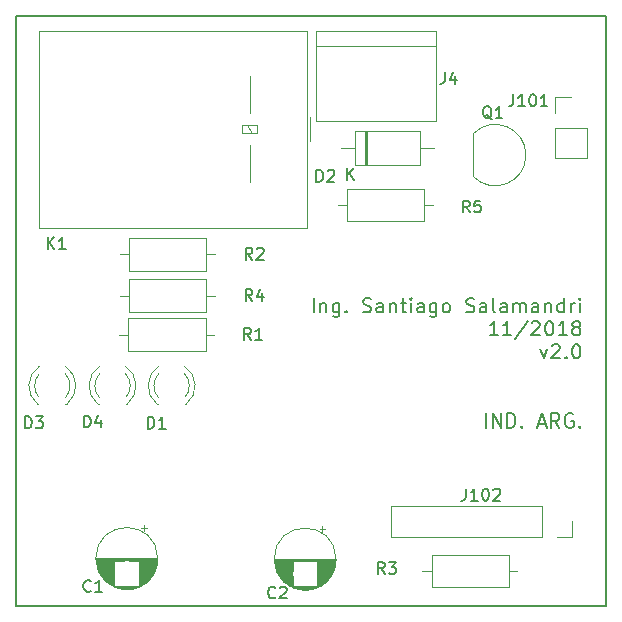
<source format=gbr>
G04 #@! TF.GenerationSoftware,KiCad,Pcbnew,5.0.0-fee4fd1~66~ubuntu18.04.1*
G04 #@! TF.CreationDate,2018-11-12T17:48:12-03:00*
G04 #@! TF.ProjectId,pcbAlarma,706362416C61726D612E6B696361645F,1.1*
G04 #@! TF.SameCoordinates,Original*
G04 #@! TF.FileFunction,Legend,Top*
G04 #@! TF.FilePolarity,Positive*
%FSLAX46Y46*%
G04 Gerber Fmt 4.6, Leading zero omitted, Abs format (unit mm)*
G04 Created by KiCad (PCBNEW 5.0.0-fee4fd1~66~ubuntu18.04.1) date Mon Nov 12 17:48:12 2018*
%MOMM*%
%LPD*%
G01*
G04 APERTURE LIST*
%ADD10C,0.150000*%
%ADD11C,0.120000*%
%ADD12O,2.300000X1.450000*%
%ADD13R,2.100000X2.100000*%
%ADD14O,2.100000X2.100000*%
%ADD15C,2.000000*%
%ADD16R,2.000000X2.000000*%
%ADD17C,2.200000*%
%ADD18R,2.200000X2.200000*%
%ADD19O,2.200000X2.200000*%
%ADD20C,2.600000*%
%ADD21C,3.400000*%
%ADD22R,3.400000X3.400000*%
%ADD23R,2.900000X2.900000*%
%ADD24O,2.900000X2.900000*%
%ADD25R,1.900000X1.450000*%
%ADD26O,1.900000X1.450000*%
%ADD27O,2.000000X2.000000*%
G04 APERTURE END LIST*
D10*
X189427500Y-89717857D02*
X189427500Y-88517857D01*
X189998928Y-88917857D02*
X189998928Y-89717857D01*
X189998928Y-89032142D02*
X190056071Y-88975000D01*
X190170357Y-88917857D01*
X190341785Y-88917857D01*
X190456071Y-88975000D01*
X190513214Y-89089285D01*
X190513214Y-89717857D01*
X191598928Y-88917857D02*
X191598928Y-89889285D01*
X191541785Y-90003571D01*
X191484642Y-90060714D01*
X191370357Y-90117857D01*
X191198928Y-90117857D01*
X191084642Y-90060714D01*
X191598928Y-89660714D02*
X191484642Y-89717857D01*
X191256071Y-89717857D01*
X191141785Y-89660714D01*
X191084642Y-89603571D01*
X191027500Y-89489285D01*
X191027500Y-89146428D01*
X191084642Y-89032142D01*
X191141785Y-88975000D01*
X191256071Y-88917857D01*
X191484642Y-88917857D01*
X191598928Y-88975000D01*
X192170357Y-89603571D02*
X192227500Y-89660714D01*
X192170357Y-89717857D01*
X192113214Y-89660714D01*
X192170357Y-89603571D01*
X192170357Y-89717857D01*
X193598928Y-89660714D02*
X193770357Y-89717857D01*
X194056071Y-89717857D01*
X194170357Y-89660714D01*
X194227500Y-89603571D01*
X194284642Y-89489285D01*
X194284642Y-89375000D01*
X194227500Y-89260714D01*
X194170357Y-89203571D01*
X194056071Y-89146428D01*
X193827500Y-89089285D01*
X193713214Y-89032142D01*
X193656071Y-88975000D01*
X193598928Y-88860714D01*
X193598928Y-88746428D01*
X193656071Y-88632142D01*
X193713214Y-88575000D01*
X193827500Y-88517857D01*
X194113214Y-88517857D01*
X194284642Y-88575000D01*
X195313214Y-89717857D02*
X195313214Y-89089285D01*
X195256071Y-88975000D01*
X195141785Y-88917857D01*
X194913214Y-88917857D01*
X194798928Y-88975000D01*
X195313214Y-89660714D02*
X195198928Y-89717857D01*
X194913214Y-89717857D01*
X194798928Y-89660714D01*
X194741785Y-89546428D01*
X194741785Y-89432142D01*
X194798928Y-89317857D01*
X194913214Y-89260714D01*
X195198928Y-89260714D01*
X195313214Y-89203571D01*
X195884642Y-88917857D02*
X195884642Y-89717857D01*
X195884642Y-89032142D02*
X195941785Y-88975000D01*
X196056071Y-88917857D01*
X196227500Y-88917857D01*
X196341785Y-88975000D01*
X196398928Y-89089285D01*
X196398928Y-89717857D01*
X196798928Y-88917857D02*
X197256071Y-88917857D01*
X196970357Y-88517857D02*
X196970357Y-89546428D01*
X197027500Y-89660714D01*
X197141785Y-89717857D01*
X197256071Y-89717857D01*
X197656071Y-89717857D02*
X197656071Y-88917857D01*
X197656071Y-88517857D02*
X197598928Y-88575000D01*
X197656071Y-88632142D01*
X197713214Y-88575000D01*
X197656071Y-88517857D01*
X197656071Y-88632142D01*
X198741785Y-89717857D02*
X198741785Y-89089285D01*
X198684642Y-88975000D01*
X198570357Y-88917857D01*
X198341785Y-88917857D01*
X198227500Y-88975000D01*
X198741785Y-89660714D02*
X198627500Y-89717857D01*
X198341785Y-89717857D01*
X198227500Y-89660714D01*
X198170357Y-89546428D01*
X198170357Y-89432142D01*
X198227500Y-89317857D01*
X198341785Y-89260714D01*
X198627500Y-89260714D01*
X198741785Y-89203571D01*
X199827500Y-88917857D02*
X199827500Y-89889285D01*
X199770357Y-90003571D01*
X199713214Y-90060714D01*
X199598928Y-90117857D01*
X199427500Y-90117857D01*
X199313214Y-90060714D01*
X199827500Y-89660714D02*
X199713214Y-89717857D01*
X199484642Y-89717857D01*
X199370357Y-89660714D01*
X199313214Y-89603571D01*
X199256071Y-89489285D01*
X199256071Y-89146428D01*
X199313214Y-89032142D01*
X199370357Y-88975000D01*
X199484642Y-88917857D01*
X199713214Y-88917857D01*
X199827500Y-88975000D01*
X200570357Y-89717857D02*
X200456071Y-89660714D01*
X200398928Y-89603571D01*
X200341785Y-89489285D01*
X200341785Y-89146428D01*
X200398928Y-89032142D01*
X200456071Y-88975000D01*
X200570357Y-88917857D01*
X200741785Y-88917857D01*
X200856071Y-88975000D01*
X200913214Y-89032142D01*
X200970357Y-89146428D01*
X200970357Y-89489285D01*
X200913214Y-89603571D01*
X200856071Y-89660714D01*
X200741785Y-89717857D01*
X200570357Y-89717857D01*
X202341785Y-89660714D02*
X202513214Y-89717857D01*
X202798928Y-89717857D01*
X202913214Y-89660714D01*
X202970357Y-89603571D01*
X203027500Y-89489285D01*
X203027500Y-89375000D01*
X202970357Y-89260714D01*
X202913214Y-89203571D01*
X202798928Y-89146428D01*
X202570357Y-89089285D01*
X202456071Y-89032142D01*
X202398928Y-88975000D01*
X202341785Y-88860714D01*
X202341785Y-88746428D01*
X202398928Y-88632142D01*
X202456071Y-88575000D01*
X202570357Y-88517857D01*
X202856071Y-88517857D01*
X203027500Y-88575000D01*
X204056071Y-89717857D02*
X204056071Y-89089285D01*
X203998928Y-88975000D01*
X203884642Y-88917857D01*
X203656071Y-88917857D01*
X203541785Y-88975000D01*
X204056071Y-89660714D02*
X203941785Y-89717857D01*
X203656071Y-89717857D01*
X203541785Y-89660714D01*
X203484642Y-89546428D01*
X203484642Y-89432142D01*
X203541785Y-89317857D01*
X203656071Y-89260714D01*
X203941785Y-89260714D01*
X204056071Y-89203571D01*
X204798928Y-89717857D02*
X204684642Y-89660714D01*
X204627500Y-89546428D01*
X204627500Y-88517857D01*
X205770357Y-89717857D02*
X205770357Y-89089285D01*
X205713214Y-88975000D01*
X205598928Y-88917857D01*
X205370357Y-88917857D01*
X205256071Y-88975000D01*
X205770357Y-89660714D02*
X205656071Y-89717857D01*
X205370357Y-89717857D01*
X205256071Y-89660714D01*
X205198928Y-89546428D01*
X205198928Y-89432142D01*
X205256071Y-89317857D01*
X205370357Y-89260714D01*
X205656071Y-89260714D01*
X205770357Y-89203571D01*
X206341785Y-89717857D02*
X206341785Y-88917857D01*
X206341785Y-89032142D02*
X206398928Y-88975000D01*
X206513214Y-88917857D01*
X206684642Y-88917857D01*
X206798928Y-88975000D01*
X206856071Y-89089285D01*
X206856071Y-89717857D01*
X206856071Y-89089285D02*
X206913214Y-88975000D01*
X207027500Y-88917857D01*
X207198928Y-88917857D01*
X207313214Y-88975000D01*
X207370357Y-89089285D01*
X207370357Y-89717857D01*
X208456071Y-89717857D02*
X208456071Y-89089285D01*
X208398928Y-88975000D01*
X208284642Y-88917857D01*
X208056071Y-88917857D01*
X207941785Y-88975000D01*
X208456071Y-89660714D02*
X208341785Y-89717857D01*
X208056071Y-89717857D01*
X207941785Y-89660714D01*
X207884642Y-89546428D01*
X207884642Y-89432142D01*
X207941785Y-89317857D01*
X208056071Y-89260714D01*
X208341785Y-89260714D01*
X208456071Y-89203571D01*
X209027500Y-88917857D02*
X209027500Y-89717857D01*
X209027500Y-89032142D02*
X209084642Y-88975000D01*
X209198928Y-88917857D01*
X209370357Y-88917857D01*
X209484642Y-88975000D01*
X209541785Y-89089285D01*
X209541785Y-89717857D01*
X210627500Y-89717857D02*
X210627500Y-88517857D01*
X210627500Y-89660714D02*
X210513214Y-89717857D01*
X210284642Y-89717857D01*
X210170357Y-89660714D01*
X210113214Y-89603571D01*
X210056071Y-89489285D01*
X210056071Y-89146428D01*
X210113214Y-89032142D01*
X210170357Y-88975000D01*
X210284642Y-88917857D01*
X210513214Y-88917857D01*
X210627500Y-88975000D01*
X211198928Y-89717857D02*
X211198928Y-88917857D01*
X211198928Y-89146428D02*
X211256071Y-89032142D01*
X211313214Y-88975000D01*
X211427500Y-88917857D01*
X211541785Y-88917857D01*
X211941785Y-89717857D02*
X211941785Y-88917857D01*
X211941785Y-88517857D02*
X211884642Y-88575000D01*
X211941785Y-88632142D01*
X211998928Y-88575000D01*
X211941785Y-88517857D01*
X211941785Y-88632142D01*
X205027500Y-91667857D02*
X204341785Y-91667857D01*
X204684642Y-91667857D02*
X204684642Y-90467857D01*
X204570357Y-90639285D01*
X204456071Y-90753571D01*
X204341785Y-90810714D01*
X206170357Y-91667857D02*
X205484642Y-91667857D01*
X205827500Y-91667857D02*
X205827500Y-90467857D01*
X205713214Y-90639285D01*
X205598928Y-90753571D01*
X205484642Y-90810714D01*
X207541785Y-90410714D02*
X206513214Y-91953571D01*
X207884642Y-90582142D02*
X207941785Y-90525000D01*
X208056071Y-90467857D01*
X208341785Y-90467857D01*
X208456071Y-90525000D01*
X208513214Y-90582142D01*
X208570357Y-90696428D01*
X208570357Y-90810714D01*
X208513214Y-90982142D01*
X207827500Y-91667857D01*
X208570357Y-91667857D01*
X209313214Y-90467857D02*
X209427500Y-90467857D01*
X209541785Y-90525000D01*
X209598928Y-90582142D01*
X209656071Y-90696428D01*
X209713214Y-90925000D01*
X209713214Y-91210714D01*
X209656071Y-91439285D01*
X209598928Y-91553571D01*
X209541785Y-91610714D01*
X209427500Y-91667857D01*
X209313214Y-91667857D01*
X209198928Y-91610714D01*
X209141785Y-91553571D01*
X209084642Y-91439285D01*
X209027500Y-91210714D01*
X209027500Y-90925000D01*
X209084642Y-90696428D01*
X209141785Y-90582142D01*
X209198928Y-90525000D01*
X209313214Y-90467857D01*
X210856071Y-91667857D02*
X210170357Y-91667857D01*
X210513214Y-91667857D02*
X210513214Y-90467857D01*
X210398928Y-90639285D01*
X210284642Y-90753571D01*
X210170357Y-90810714D01*
X211541785Y-90982142D02*
X211427500Y-90925000D01*
X211370357Y-90867857D01*
X211313214Y-90753571D01*
X211313214Y-90696428D01*
X211370357Y-90582142D01*
X211427500Y-90525000D01*
X211541785Y-90467857D01*
X211770357Y-90467857D01*
X211884642Y-90525000D01*
X211941785Y-90582142D01*
X211998928Y-90696428D01*
X211998928Y-90753571D01*
X211941785Y-90867857D01*
X211884642Y-90925000D01*
X211770357Y-90982142D01*
X211541785Y-90982142D01*
X211427500Y-91039285D01*
X211370357Y-91096428D01*
X211313214Y-91210714D01*
X211313214Y-91439285D01*
X211370357Y-91553571D01*
X211427500Y-91610714D01*
X211541785Y-91667857D01*
X211770357Y-91667857D01*
X211884642Y-91610714D01*
X211941785Y-91553571D01*
X211998928Y-91439285D01*
X211998928Y-91210714D01*
X211941785Y-91096428D01*
X211884642Y-91039285D01*
X211770357Y-90982142D01*
X208627500Y-92817857D02*
X208913214Y-93617857D01*
X209198928Y-92817857D01*
X209598928Y-92532142D02*
X209656071Y-92475000D01*
X209770357Y-92417857D01*
X210056071Y-92417857D01*
X210170357Y-92475000D01*
X210227500Y-92532142D01*
X210284642Y-92646428D01*
X210284642Y-92760714D01*
X210227500Y-92932142D01*
X209541785Y-93617857D01*
X210284642Y-93617857D01*
X210798928Y-93503571D02*
X210856071Y-93560714D01*
X210798928Y-93617857D01*
X210741785Y-93560714D01*
X210798928Y-93503571D01*
X210798928Y-93617857D01*
X211598928Y-92417857D02*
X211713214Y-92417857D01*
X211827500Y-92475000D01*
X211884642Y-92532142D01*
X211941785Y-92646428D01*
X211998928Y-92875000D01*
X211998928Y-93160714D01*
X211941785Y-93389285D01*
X211884642Y-93503571D01*
X211827500Y-93560714D01*
X211713214Y-93617857D01*
X211598928Y-93617857D01*
X211484642Y-93560714D01*
X211427500Y-93503571D01*
X211370357Y-93389285D01*
X211313214Y-93160714D01*
X211313214Y-92875000D01*
X211370357Y-92646428D01*
X211427500Y-92532142D01*
X211484642Y-92475000D01*
X211598928Y-92417857D01*
X203998928Y-99467857D02*
X203998928Y-98267857D01*
X204570357Y-99467857D02*
X204570357Y-98267857D01*
X205256071Y-99467857D01*
X205256071Y-98267857D01*
X205827500Y-99467857D02*
X205827500Y-98267857D01*
X206113214Y-98267857D01*
X206284642Y-98325000D01*
X206398928Y-98439285D01*
X206456071Y-98553571D01*
X206513214Y-98782142D01*
X206513214Y-98953571D01*
X206456071Y-99182142D01*
X206398928Y-99296428D01*
X206284642Y-99410714D01*
X206113214Y-99467857D01*
X205827500Y-99467857D01*
X207027500Y-99353571D02*
X207084642Y-99410714D01*
X207027500Y-99467857D01*
X206970357Y-99410714D01*
X207027500Y-99353571D01*
X207027500Y-99467857D01*
X208456071Y-99125000D02*
X209027500Y-99125000D01*
X208341785Y-99467857D02*
X208741785Y-98267857D01*
X209141785Y-99467857D01*
X210227500Y-99467857D02*
X209827500Y-98896428D01*
X209541785Y-99467857D02*
X209541785Y-98267857D01*
X209998928Y-98267857D01*
X210113214Y-98325000D01*
X210170357Y-98382142D01*
X210227500Y-98496428D01*
X210227500Y-98667857D01*
X210170357Y-98782142D01*
X210113214Y-98839285D01*
X209998928Y-98896428D01*
X209541785Y-98896428D01*
X211370357Y-98325000D02*
X211256071Y-98267857D01*
X211084642Y-98267857D01*
X210913214Y-98325000D01*
X210798928Y-98439285D01*
X210741785Y-98553571D01*
X210684642Y-98782142D01*
X210684642Y-98953571D01*
X210741785Y-99182142D01*
X210798928Y-99296428D01*
X210913214Y-99410714D01*
X211084642Y-99467857D01*
X211198928Y-99467857D01*
X211370357Y-99410714D01*
X211427500Y-99353571D01*
X211427500Y-98953571D01*
X211198928Y-98953571D01*
X211941785Y-99353571D02*
X211998928Y-99410714D01*
X211941785Y-99467857D01*
X211884642Y-99410714D01*
X211941785Y-99353571D01*
X211941785Y-99467857D01*
X164200000Y-64600000D02*
X164200000Y-114600000D01*
X214200000Y-64600000D02*
X164200000Y-64600000D01*
X214200000Y-114600000D02*
X214200000Y-64600000D01*
X164200000Y-114600000D02*
X214200000Y-114600000D01*
D11*
G04 #@! TO.C,J102*
X208730000Y-106070000D02*
X208730000Y-108730000D01*
X208730000Y-106070000D02*
X195970000Y-106070000D01*
X195970000Y-106070000D02*
X195970000Y-108730000D01*
X208730000Y-108730000D02*
X195970000Y-108730000D01*
X211330000Y-108730000D02*
X210000000Y-108730000D01*
X211330000Y-107400000D02*
X211330000Y-108730000D01*
G04 #@! TO.C,C1*
X175325000Y-107995225D02*
X174825000Y-107995225D01*
X175075000Y-107745225D02*
X175075000Y-108245225D01*
X173884000Y-113151000D02*
X173316000Y-113151000D01*
X174118000Y-113111000D02*
X173082000Y-113111000D01*
X174277000Y-113071000D02*
X172923000Y-113071000D01*
X174405000Y-113031000D02*
X172795000Y-113031000D01*
X174515000Y-112991000D02*
X172685000Y-112991000D01*
X174611000Y-112951000D02*
X172589000Y-112951000D01*
X174698000Y-112911000D02*
X172502000Y-112911000D01*
X174778000Y-112871000D02*
X172422000Y-112871000D01*
X172560000Y-112831000D02*
X172349000Y-112831000D01*
X174851000Y-112831000D02*
X174640000Y-112831000D01*
X172560000Y-112791000D02*
X172281000Y-112791000D01*
X174919000Y-112791000D02*
X174640000Y-112791000D01*
X172560000Y-112751000D02*
X172217000Y-112751000D01*
X174983000Y-112751000D02*
X174640000Y-112751000D01*
X172560000Y-112711000D02*
X172157000Y-112711000D01*
X175043000Y-112711000D02*
X174640000Y-112711000D01*
X172560000Y-112671000D02*
X172100000Y-112671000D01*
X175100000Y-112671000D02*
X174640000Y-112671000D01*
X172560000Y-112631000D02*
X172046000Y-112631000D01*
X175154000Y-112631000D02*
X174640000Y-112631000D01*
X172560000Y-112591000D02*
X171995000Y-112591000D01*
X175205000Y-112591000D02*
X174640000Y-112591000D01*
X172560000Y-112551000D02*
X171947000Y-112551000D01*
X175253000Y-112551000D02*
X174640000Y-112551000D01*
X172560000Y-112511000D02*
X171901000Y-112511000D01*
X175299000Y-112511000D02*
X174640000Y-112511000D01*
X172560000Y-112471000D02*
X171857000Y-112471000D01*
X175343000Y-112471000D02*
X174640000Y-112471000D01*
X172560000Y-112431000D02*
X171815000Y-112431000D01*
X175385000Y-112431000D02*
X174640000Y-112431000D01*
X172560000Y-112391000D02*
X171774000Y-112391000D01*
X175426000Y-112391000D02*
X174640000Y-112391000D01*
X172560000Y-112351000D02*
X171736000Y-112351000D01*
X175464000Y-112351000D02*
X174640000Y-112351000D01*
X172560000Y-112311000D02*
X171699000Y-112311000D01*
X175501000Y-112311000D02*
X174640000Y-112311000D01*
X172560000Y-112271000D02*
X171663000Y-112271000D01*
X175537000Y-112271000D02*
X174640000Y-112271000D01*
X172560000Y-112231000D02*
X171629000Y-112231000D01*
X175571000Y-112231000D02*
X174640000Y-112231000D01*
X172560000Y-112191000D02*
X171596000Y-112191000D01*
X175604000Y-112191000D02*
X174640000Y-112191000D01*
X172560000Y-112151000D02*
X171565000Y-112151000D01*
X175635000Y-112151000D02*
X174640000Y-112151000D01*
X172560000Y-112111000D02*
X171535000Y-112111000D01*
X175665000Y-112111000D02*
X174640000Y-112111000D01*
X172560000Y-112071000D02*
X171505000Y-112071000D01*
X175695000Y-112071000D02*
X174640000Y-112071000D01*
X172560000Y-112031000D02*
X171478000Y-112031000D01*
X175722000Y-112031000D02*
X174640000Y-112031000D01*
X172560000Y-111991000D02*
X171451000Y-111991000D01*
X175749000Y-111991000D02*
X174640000Y-111991000D01*
X172560000Y-111951000D02*
X171425000Y-111951000D01*
X175775000Y-111951000D02*
X174640000Y-111951000D01*
X172560000Y-111911000D02*
X171400000Y-111911000D01*
X175800000Y-111911000D02*
X174640000Y-111911000D01*
X172560000Y-111871000D02*
X171376000Y-111871000D01*
X175824000Y-111871000D02*
X174640000Y-111871000D01*
X172560000Y-111831000D02*
X171353000Y-111831000D01*
X175847000Y-111831000D02*
X174640000Y-111831000D01*
X172560000Y-111791000D02*
X171332000Y-111791000D01*
X175868000Y-111791000D02*
X174640000Y-111791000D01*
X172560000Y-111751000D02*
X171310000Y-111751000D01*
X175890000Y-111751000D02*
X174640000Y-111751000D01*
X172560000Y-111711000D02*
X171290000Y-111711000D01*
X175910000Y-111711000D02*
X174640000Y-111711000D01*
X172560000Y-111671000D02*
X171271000Y-111671000D01*
X175929000Y-111671000D02*
X174640000Y-111671000D01*
X172560000Y-111631000D02*
X171252000Y-111631000D01*
X175948000Y-111631000D02*
X174640000Y-111631000D01*
X172560000Y-111591000D02*
X171235000Y-111591000D01*
X175965000Y-111591000D02*
X174640000Y-111591000D01*
X172560000Y-111551000D02*
X171218000Y-111551000D01*
X175982000Y-111551000D02*
X174640000Y-111551000D01*
X172560000Y-111511000D02*
X171202000Y-111511000D01*
X175998000Y-111511000D02*
X174640000Y-111511000D01*
X172560000Y-111471000D02*
X171186000Y-111471000D01*
X176014000Y-111471000D02*
X174640000Y-111471000D01*
X172560000Y-111431000D02*
X171172000Y-111431000D01*
X176028000Y-111431000D02*
X174640000Y-111431000D01*
X172560000Y-111391000D02*
X171158000Y-111391000D01*
X176042000Y-111391000D02*
X174640000Y-111391000D01*
X172560000Y-111351000D02*
X171145000Y-111351000D01*
X176055000Y-111351000D02*
X174640000Y-111351000D01*
X172560000Y-111311000D02*
X171132000Y-111311000D01*
X176068000Y-111311000D02*
X174640000Y-111311000D01*
X172560000Y-111271000D02*
X171120000Y-111271000D01*
X176080000Y-111271000D02*
X174640000Y-111271000D01*
X172560000Y-111230000D02*
X171109000Y-111230000D01*
X176091000Y-111230000D02*
X174640000Y-111230000D01*
X172560000Y-111190000D02*
X171099000Y-111190000D01*
X176101000Y-111190000D02*
X174640000Y-111190000D01*
X172560000Y-111150000D02*
X171089000Y-111150000D01*
X176111000Y-111150000D02*
X174640000Y-111150000D01*
X172560000Y-111110000D02*
X171080000Y-111110000D01*
X176120000Y-111110000D02*
X174640000Y-111110000D01*
X172560000Y-111070000D02*
X171072000Y-111070000D01*
X176128000Y-111070000D02*
X174640000Y-111070000D01*
X172560000Y-111030000D02*
X171064000Y-111030000D01*
X176136000Y-111030000D02*
X174640000Y-111030000D01*
X172560000Y-110990000D02*
X171057000Y-110990000D01*
X176143000Y-110990000D02*
X174640000Y-110990000D01*
X172560000Y-110950000D02*
X171050000Y-110950000D01*
X176150000Y-110950000D02*
X174640000Y-110950000D01*
X172560000Y-110910000D02*
X171044000Y-110910000D01*
X176156000Y-110910000D02*
X174640000Y-110910000D01*
X172560000Y-110870000D02*
X171039000Y-110870000D01*
X176161000Y-110870000D02*
X174640000Y-110870000D01*
X172560000Y-110830000D02*
X171035000Y-110830000D01*
X176165000Y-110830000D02*
X174640000Y-110830000D01*
X172560000Y-110790000D02*
X171031000Y-110790000D01*
X176169000Y-110790000D02*
X174640000Y-110790000D01*
X176173000Y-110750000D02*
X171027000Y-110750000D01*
X176176000Y-110710000D02*
X171024000Y-110710000D01*
X176178000Y-110670000D02*
X171022000Y-110670000D01*
X176179000Y-110630000D02*
X171021000Y-110630000D01*
X176180000Y-110590000D02*
X171020000Y-110590000D01*
X176180000Y-110550000D02*
X171020000Y-110550000D01*
X176220000Y-110550000D02*
G75*
G03X176220000Y-110550000I-2620000J0D01*
G01*
G04 #@! TO.C,C2*
X190425000Y-108045225D02*
X189925000Y-108045225D01*
X190175000Y-107795225D02*
X190175000Y-108295225D01*
X188984000Y-113201000D02*
X188416000Y-113201000D01*
X189218000Y-113161000D02*
X188182000Y-113161000D01*
X189377000Y-113121000D02*
X188023000Y-113121000D01*
X189505000Y-113081000D02*
X187895000Y-113081000D01*
X189615000Y-113041000D02*
X187785000Y-113041000D01*
X189711000Y-113001000D02*
X187689000Y-113001000D01*
X189798000Y-112961000D02*
X187602000Y-112961000D01*
X189878000Y-112921000D02*
X187522000Y-112921000D01*
X187660000Y-112881000D02*
X187449000Y-112881000D01*
X189951000Y-112881000D02*
X189740000Y-112881000D01*
X187660000Y-112841000D02*
X187381000Y-112841000D01*
X190019000Y-112841000D02*
X189740000Y-112841000D01*
X187660000Y-112801000D02*
X187317000Y-112801000D01*
X190083000Y-112801000D02*
X189740000Y-112801000D01*
X187660000Y-112761000D02*
X187257000Y-112761000D01*
X190143000Y-112761000D02*
X189740000Y-112761000D01*
X187660000Y-112721000D02*
X187200000Y-112721000D01*
X190200000Y-112721000D02*
X189740000Y-112721000D01*
X187660000Y-112681000D02*
X187146000Y-112681000D01*
X190254000Y-112681000D02*
X189740000Y-112681000D01*
X187660000Y-112641000D02*
X187095000Y-112641000D01*
X190305000Y-112641000D02*
X189740000Y-112641000D01*
X187660000Y-112601000D02*
X187047000Y-112601000D01*
X190353000Y-112601000D02*
X189740000Y-112601000D01*
X187660000Y-112561000D02*
X187001000Y-112561000D01*
X190399000Y-112561000D02*
X189740000Y-112561000D01*
X187660000Y-112521000D02*
X186957000Y-112521000D01*
X190443000Y-112521000D02*
X189740000Y-112521000D01*
X187660000Y-112481000D02*
X186915000Y-112481000D01*
X190485000Y-112481000D02*
X189740000Y-112481000D01*
X187660000Y-112441000D02*
X186874000Y-112441000D01*
X190526000Y-112441000D02*
X189740000Y-112441000D01*
X187660000Y-112401000D02*
X186836000Y-112401000D01*
X190564000Y-112401000D02*
X189740000Y-112401000D01*
X187660000Y-112361000D02*
X186799000Y-112361000D01*
X190601000Y-112361000D02*
X189740000Y-112361000D01*
X187660000Y-112321000D02*
X186763000Y-112321000D01*
X190637000Y-112321000D02*
X189740000Y-112321000D01*
X187660000Y-112281000D02*
X186729000Y-112281000D01*
X190671000Y-112281000D02*
X189740000Y-112281000D01*
X187660000Y-112241000D02*
X186696000Y-112241000D01*
X190704000Y-112241000D02*
X189740000Y-112241000D01*
X187660000Y-112201000D02*
X186665000Y-112201000D01*
X190735000Y-112201000D02*
X189740000Y-112201000D01*
X187660000Y-112161000D02*
X186635000Y-112161000D01*
X190765000Y-112161000D02*
X189740000Y-112161000D01*
X187660000Y-112121000D02*
X186605000Y-112121000D01*
X190795000Y-112121000D02*
X189740000Y-112121000D01*
X187660000Y-112081000D02*
X186578000Y-112081000D01*
X190822000Y-112081000D02*
X189740000Y-112081000D01*
X187660000Y-112041000D02*
X186551000Y-112041000D01*
X190849000Y-112041000D02*
X189740000Y-112041000D01*
X187660000Y-112001000D02*
X186525000Y-112001000D01*
X190875000Y-112001000D02*
X189740000Y-112001000D01*
X187660000Y-111961000D02*
X186500000Y-111961000D01*
X190900000Y-111961000D02*
X189740000Y-111961000D01*
X187660000Y-111921000D02*
X186476000Y-111921000D01*
X190924000Y-111921000D02*
X189740000Y-111921000D01*
X187660000Y-111881000D02*
X186453000Y-111881000D01*
X190947000Y-111881000D02*
X189740000Y-111881000D01*
X187660000Y-111841000D02*
X186432000Y-111841000D01*
X190968000Y-111841000D02*
X189740000Y-111841000D01*
X187660000Y-111801000D02*
X186410000Y-111801000D01*
X190990000Y-111801000D02*
X189740000Y-111801000D01*
X187660000Y-111761000D02*
X186390000Y-111761000D01*
X191010000Y-111761000D02*
X189740000Y-111761000D01*
X187660000Y-111721000D02*
X186371000Y-111721000D01*
X191029000Y-111721000D02*
X189740000Y-111721000D01*
X187660000Y-111681000D02*
X186352000Y-111681000D01*
X191048000Y-111681000D02*
X189740000Y-111681000D01*
X187660000Y-111641000D02*
X186335000Y-111641000D01*
X191065000Y-111641000D02*
X189740000Y-111641000D01*
X187660000Y-111601000D02*
X186318000Y-111601000D01*
X191082000Y-111601000D02*
X189740000Y-111601000D01*
X187660000Y-111561000D02*
X186302000Y-111561000D01*
X191098000Y-111561000D02*
X189740000Y-111561000D01*
X187660000Y-111521000D02*
X186286000Y-111521000D01*
X191114000Y-111521000D02*
X189740000Y-111521000D01*
X187660000Y-111481000D02*
X186272000Y-111481000D01*
X191128000Y-111481000D02*
X189740000Y-111481000D01*
X187660000Y-111441000D02*
X186258000Y-111441000D01*
X191142000Y-111441000D02*
X189740000Y-111441000D01*
X187660000Y-111401000D02*
X186245000Y-111401000D01*
X191155000Y-111401000D02*
X189740000Y-111401000D01*
X187660000Y-111361000D02*
X186232000Y-111361000D01*
X191168000Y-111361000D02*
X189740000Y-111361000D01*
X187660000Y-111321000D02*
X186220000Y-111321000D01*
X191180000Y-111321000D02*
X189740000Y-111321000D01*
X187660000Y-111280000D02*
X186209000Y-111280000D01*
X191191000Y-111280000D02*
X189740000Y-111280000D01*
X187660000Y-111240000D02*
X186199000Y-111240000D01*
X191201000Y-111240000D02*
X189740000Y-111240000D01*
X187660000Y-111200000D02*
X186189000Y-111200000D01*
X191211000Y-111200000D02*
X189740000Y-111200000D01*
X187660000Y-111160000D02*
X186180000Y-111160000D01*
X191220000Y-111160000D02*
X189740000Y-111160000D01*
X187660000Y-111120000D02*
X186172000Y-111120000D01*
X191228000Y-111120000D02*
X189740000Y-111120000D01*
X187660000Y-111080000D02*
X186164000Y-111080000D01*
X191236000Y-111080000D02*
X189740000Y-111080000D01*
X187660000Y-111040000D02*
X186157000Y-111040000D01*
X191243000Y-111040000D02*
X189740000Y-111040000D01*
X187660000Y-111000000D02*
X186150000Y-111000000D01*
X191250000Y-111000000D02*
X189740000Y-111000000D01*
X187660000Y-110960000D02*
X186144000Y-110960000D01*
X191256000Y-110960000D02*
X189740000Y-110960000D01*
X187660000Y-110920000D02*
X186139000Y-110920000D01*
X191261000Y-110920000D02*
X189740000Y-110920000D01*
X187660000Y-110880000D02*
X186135000Y-110880000D01*
X191265000Y-110880000D02*
X189740000Y-110880000D01*
X187660000Y-110840000D02*
X186131000Y-110840000D01*
X191269000Y-110840000D02*
X189740000Y-110840000D01*
X191273000Y-110800000D02*
X186127000Y-110800000D01*
X191276000Y-110760000D02*
X186124000Y-110760000D01*
X191278000Y-110720000D02*
X186122000Y-110720000D01*
X191279000Y-110680000D02*
X186121000Y-110680000D01*
X191280000Y-110640000D02*
X186120000Y-110640000D01*
X191280000Y-110600000D02*
X186120000Y-110600000D01*
X191320000Y-110600000D02*
G75*
G03X191320000Y-110600000I-2620000J0D01*
G01*
G04 #@! TO.C,D1*
X178480000Y-97490000D02*
X178636000Y-97490000D01*
X176164000Y-97490000D02*
X176320000Y-97490000D01*
X178479837Y-94888870D02*
G75*
G02X178480000Y-96970961I-1079837J-1041130D01*
G01*
X176320163Y-94888870D02*
G75*
G03X176320000Y-96970961I1079837J-1041130D01*
G01*
X178478608Y-94257665D02*
G75*
G02X178635516Y-97490000I-1078608J-1672335D01*
G01*
X176321392Y-94257665D02*
G75*
G03X176164484Y-97490000I1078608J-1672335D01*
G01*
G04 #@! TO.C,D2*
X193740000Y-74330000D02*
X193740000Y-77270000D01*
X193980000Y-74330000D02*
X193980000Y-77270000D01*
X193860000Y-74330000D02*
X193860000Y-77270000D01*
X199620000Y-75800000D02*
X198400000Y-75800000D01*
X191740000Y-75800000D02*
X192960000Y-75800000D01*
X198400000Y-74330000D02*
X192960000Y-74330000D01*
X198400000Y-77270000D02*
X198400000Y-74330000D01*
X192960000Y-77270000D02*
X198400000Y-77270000D01*
X192960000Y-74330000D02*
X192960000Y-77270000D01*
G04 #@! TO.C,D3*
X168380000Y-97490000D02*
X168536000Y-97490000D01*
X166064000Y-97490000D02*
X166220000Y-97490000D01*
X168379837Y-94888870D02*
G75*
G02X168380000Y-96970961I-1079837J-1041130D01*
G01*
X166220163Y-94888870D02*
G75*
G03X166220000Y-96970961I1079837J-1041130D01*
G01*
X168378608Y-94257665D02*
G75*
G02X168535516Y-97490000I-1078608J-1672335D01*
G01*
X166221392Y-94257665D02*
G75*
G03X166064484Y-97490000I1078608J-1672335D01*
G01*
G04 #@! TO.C,D4*
X173480000Y-97490000D02*
X173636000Y-97490000D01*
X171164000Y-97490000D02*
X171320000Y-97490000D01*
X173479837Y-94888870D02*
G75*
G02X173480000Y-96970961I-1079837J-1041130D01*
G01*
X171320163Y-94888870D02*
G75*
G03X171320000Y-96970961I1079837J-1041130D01*
G01*
X173478608Y-94257665D02*
G75*
G02X173635516Y-97490000I-1078608J-1672335D01*
G01*
X171321392Y-94257665D02*
G75*
G03X171164484Y-97490000I1078608J-1672335D01*
G01*
G04 #@! TO.C,J4*
X199790000Y-65915000D02*
X189630000Y-65915000D01*
X199790000Y-73535000D02*
X199790000Y-65915000D01*
X189630000Y-73535000D02*
X199790000Y-73535000D01*
X189630000Y-65915000D02*
X189630000Y-73535000D01*
X189630000Y-67185000D02*
X199790000Y-67185000D01*
G04 #@! TO.C,J101*
X209870000Y-71470000D02*
X211200000Y-71470000D01*
X209870000Y-72800000D02*
X209870000Y-71470000D01*
X209870000Y-74070000D02*
X212530000Y-74070000D01*
X212530000Y-74070000D02*
X212530000Y-76670000D01*
X209870000Y-74070000D02*
X209870000Y-76670000D01*
X209870000Y-76670000D02*
X212530000Y-76670000D01*
G04 #@! TO.C,K1*
X166150000Y-82550000D02*
X188850000Y-82550000D01*
X188850000Y-82550000D02*
X188850000Y-65850000D01*
X188850000Y-65850000D02*
X166150000Y-65850000D01*
X166150000Y-65850000D02*
X166150000Y-82550000D01*
X183800000Y-73850000D02*
X184200000Y-74550000D01*
X183400000Y-74550000D02*
X184600000Y-74550000D01*
X184600000Y-74550000D02*
X184600000Y-73850000D01*
X184600000Y-73850000D02*
X183400000Y-73850000D01*
X183400000Y-73850000D02*
X183400000Y-74550000D01*
X189110000Y-73200000D02*
X189110000Y-75200000D01*
X184000000Y-69700000D02*
X184000000Y-72850000D01*
X184000000Y-75550000D02*
X184000000Y-78700000D01*
G04 #@! TO.C,Q1*
X202961522Y-78238478D02*
G75*
G03X207400000Y-76400000I1838478J1838478D01*
G01*
X202961522Y-74561522D02*
G75*
G02X207400000Y-76400000I1838478J-1838478D01*
G01*
X202950000Y-74600000D02*
X202950000Y-78200000D01*
G04 #@! TO.C,R1*
X180290000Y-92970000D02*
X180290000Y-90230000D01*
X180290000Y-90230000D02*
X173750000Y-90230000D01*
X173750000Y-90230000D02*
X173750000Y-92970000D01*
X173750000Y-92970000D02*
X180290000Y-92970000D01*
X181060000Y-91600000D02*
X180290000Y-91600000D01*
X172980000Y-91600000D02*
X173750000Y-91600000D01*
G04 #@! TO.C,R2*
X181120000Y-84800000D02*
X180350000Y-84800000D01*
X173040000Y-84800000D02*
X173810000Y-84800000D01*
X180350000Y-83430000D02*
X173810000Y-83430000D01*
X180350000Y-86170000D02*
X180350000Y-83430000D01*
X173810000Y-86170000D02*
X180350000Y-86170000D01*
X173810000Y-83430000D02*
X173810000Y-86170000D01*
G04 #@! TO.C,R3*
X206720000Y-111600000D02*
X205950000Y-111600000D01*
X198640000Y-111600000D02*
X199410000Y-111600000D01*
X205950000Y-110230000D02*
X199410000Y-110230000D01*
X205950000Y-112970000D02*
X205950000Y-110230000D01*
X199410000Y-112970000D02*
X205950000Y-112970000D01*
X199410000Y-110230000D02*
X199410000Y-112970000D01*
G04 #@! TO.C,R4*
X181120000Y-88300000D02*
X180350000Y-88300000D01*
X173040000Y-88300000D02*
X173810000Y-88300000D01*
X180350000Y-86930000D02*
X173810000Y-86930000D01*
X180350000Y-89670000D02*
X180350000Y-86930000D01*
X173810000Y-89670000D02*
X180350000Y-89670000D01*
X173810000Y-86930000D02*
X173810000Y-89670000D01*
G04 #@! TO.C,R5*
X191480000Y-80600000D02*
X192250000Y-80600000D01*
X199560000Y-80600000D02*
X198790000Y-80600000D01*
X192250000Y-81970000D02*
X198790000Y-81970000D01*
X192250000Y-79230000D02*
X192250000Y-81970000D01*
X198790000Y-79230000D02*
X192250000Y-79230000D01*
X198790000Y-81970000D02*
X198790000Y-79230000D01*
G04 #@! TD*
G04 #@! TO.C,J102*
D10*
X202314285Y-104652380D02*
X202314285Y-105366666D01*
X202266666Y-105509523D01*
X202171428Y-105604761D01*
X202028571Y-105652380D01*
X201933333Y-105652380D01*
X203314285Y-105652380D02*
X202742857Y-105652380D01*
X203028571Y-105652380D02*
X203028571Y-104652380D01*
X202933333Y-104795238D01*
X202838095Y-104890476D01*
X202742857Y-104938095D01*
X203933333Y-104652380D02*
X204028571Y-104652380D01*
X204123809Y-104700000D01*
X204171428Y-104747619D01*
X204219047Y-104842857D01*
X204266666Y-105033333D01*
X204266666Y-105271428D01*
X204219047Y-105461904D01*
X204171428Y-105557142D01*
X204123809Y-105604761D01*
X204028571Y-105652380D01*
X203933333Y-105652380D01*
X203838095Y-105604761D01*
X203790476Y-105557142D01*
X203742857Y-105461904D01*
X203695238Y-105271428D01*
X203695238Y-105033333D01*
X203742857Y-104842857D01*
X203790476Y-104747619D01*
X203838095Y-104700000D01*
X203933333Y-104652380D01*
X204647619Y-104747619D02*
X204695238Y-104700000D01*
X204790476Y-104652380D01*
X205028571Y-104652380D01*
X205123809Y-104700000D01*
X205171428Y-104747619D01*
X205219047Y-104842857D01*
X205219047Y-104938095D01*
X205171428Y-105080952D01*
X204600000Y-105652380D01*
X205219047Y-105652380D01*
G04 #@! TO.C,C1*
X170558333Y-113282142D02*
X170510714Y-113329761D01*
X170367857Y-113377380D01*
X170272619Y-113377380D01*
X170129761Y-113329761D01*
X170034523Y-113234523D01*
X169986904Y-113139285D01*
X169939285Y-112948809D01*
X169939285Y-112805952D01*
X169986904Y-112615476D01*
X170034523Y-112520238D01*
X170129761Y-112425000D01*
X170272619Y-112377380D01*
X170367857Y-112377380D01*
X170510714Y-112425000D01*
X170558333Y-112472619D01*
X171510714Y-113377380D02*
X170939285Y-113377380D01*
X171225000Y-113377380D02*
X171225000Y-112377380D01*
X171129761Y-112520238D01*
X171034523Y-112615476D01*
X170939285Y-112663095D01*
G04 #@! TO.C,C2*
X186183333Y-113832142D02*
X186135714Y-113879761D01*
X185992857Y-113927380D01*
X185897619Y-113927380D01*
X185754761Y-113879761D01*
X185659523Y-113784523D01*
X185611904Y-113689285D01*
X185564285Y-113498809D01*
X185564285Y-113355952D01*
X185611904Y-113165476D01*
X185659523Y-113070238D01*
X185754761Y-112975000D01*
X185897619Y-112927380D01*
X185992857Y-112927380D01*
X186135714Y-112975000D01*
X186183333Y-113022619D01*
X186564285Y-113022619D02*
X186611904Y-112975000D01*
X186707142Y-112927380D01*
X186945238Y-112927380D01*
X187040476Y-112975000D01*
X187088095Y-113022619D01*
X187135714Y-113117857D01*
X187135714Y-113213095D01*
X187088095Y-113355952D01*
X186516666Y-113927380D01*
X187135714Y-113927380D01*
G04 #@! TO.C,D1*
X175361904Y-99552380D02*
X175361904Y-98552380D01*
X175600000Y-98552380D01*
X175742857Y-98600000D01*
X175838095Y-98695238D01*
X175885714Y-98790476D01*
X175933333Y-98980952D01*
X175933333Y-99123809D01*
X175885714Y-99314285D01*
X175838095Y-99409523D01*
X175742857Y-99504761D01*
X175600000Y-99552380D01*
X175361904Y-99552380D01*
X176885714Y-99552380D02*
X176314285Y-99552380D01*
X176600000Y-99552380D02*
X176600000Y-98552380D01*
X176504761Y-98695238D01*
X176409523Y-98790476D01*
X176314285Y-98838095D01*
G04 #@! TO.C,D2*
X189661904Y-78652380D02*
X189661904Y-77652380D01*
X189900000Y-77652380D01*
X190042857Y-77700000D01*
X190138095Y-77795238D01*
X190185714Y-77890476D01*
X190233333Y-78080952D01*
X190233333Y-78223809D01*
X190185714Y-78414285D01*
X190138095Y-78509523D01*
X190042857Y-78604761D01*
X189900000Y-78652380D01*
X189661904Y-78652380D01*
X190614285Y-77747619D02*
X190661904Y-77700000D01*
X190757142Y-77652380D01*
X190995238Y-77652380D01*
X191090476Y-77700000D01*
X191138095Y-77747619D01*
X191185714Y-77842857D01*
X191185714Y-77938095D01*
X191138095Y-78080952D01*
X190566666Y-78652380D01*
X191185714Y-78652380D01*
X192288095Y-78502380D02*
X192288095Y-77502380D01*
X192859523Y-78502380D02*
X192430952Y-77930952D01*
X192859523Y-77502380D02*
X192288095Y-78073809D01*
G04 #@! TO.C,D3*
X164986904Y-99527380D02*
X164986904Y-98527380D01*
X165225000Y-98527380D01*
X165367857Y-98575000D01*
X165463095Y-98670238D01*
X165510714Y-98765476D01*
X165558333Y-98955952D01*
X165558333Y-99098809D01*
X165510714Y-99289285D01*
X165463095Y-99384523D01*
X165367857Y-99479761D01*
X165225000Y-99527380D01*
X164986904Y-99527380D01*
X165891666Y-98527380D02*
X166510714Y-98527380D01*
X166177380Y-98908333D01*
X166320238Y-98908333D01*
X166415476Y-98955952D01*
X166463095Y-99003571D01*
X166510714Y-99098809D01*
X166510714Y-99336904D01*
X166463095Y-99432142D01*
X166415476Y-99479761D01*
X166320238Y-99527380D01*
X166034523Y-99527380D01*
X165939285Y-99479761D01*
X165891666Y-99432142D01*
G04 #@! TO.C,D4*
X169961904Y-99452380D02*
X169961904Y-98452380D01*
X170200000Y-98452380D01*
X170342857Y-98500000D01*
X170438095Y-98595238D01*
X170485714Y-98690476D01*
X170533333Y-98880952D01*
X170533333Y-99023809D01*
X170485714Y-99214285D01*
X170438095Y-99309523D01*
X170342857Y-99404761D01*
X170200000Y-99452380D01*
X169961904Y-99452380D01*
X171390476Y-98785714D02*
X171390476Y-99452380D01*
X171152380Y-98404761D02*
X170914285Y-99119047D01*
X171533333Y-99119047D01*
G04 #@! TO.C,J4*
X200516666Y-69377380D02*
X200516666Y-70091666D01*
X200469047Y-70234523D01*
X200373809Y-70329761D01*
X200230952Y-70377380D01*
X200135714Y-70377380D01*
X201421428Y-69710714D02*
X201421428Y-70377380D01*
X201183333Y-69329761D02*
X200945238Y-70044047D01*
X201564285Y-70044047D01*
G04 #@! TO.C,J101*
X206314285Y-71252380D02*
X206314285Y-71966666D01*
X206266666Y-72109523D01*
X206171428Y-72204761D01*
X206028571Y-72252380D01*
X205933333Y-72252380D01*
X207314285Y-72252380D02*
X206742857Y-72252380D01*
X207028571Y-72252380D02*
X207028571Y-71252380D01*
X206933333Y-71395238D01*
X206838095Y-71490476D01*
X206742857Y-71538095D01*
X207933333Y-71252380D02*
X208028571Y-71252380D01*
X208123809Y-71300000D01*
X208171428Y-71347619D01*
X208219047Y-71442857D01*
X208266666Y-71633333D01*
X208266666Y-71871428D01*
X208219047Y-72061904D01*
X208171428Y-72157142D01*
X208123809Y-72204761D01*
X208028571Y-72252380D01*
X207933333Y-72252380D01*
X207838095Y-72204761D01*
X207790476Y-72157142D01*
X207742857Y-72061904D01*
X207695238Y-71871428D01*
X207695238Y-71633333D01*
X207742857Y-71442857D01*
X207790476Y-71347619D01*
X207838095Y-71300000D01*
X207933333Y-71252380D01*
X209219047Y-72252380D02*
X208647619Y-72252380D01*
X208933333Y-72252380D02*
X208933333Y-71252380D01*
X208838095Y-71395238D01*
X208742857Y-71490476D01*
X208647619Y-71538095D01*
G04 #@! TO.C,K1*
X166911904Y-84352380D02*
X166911904Y-83352380D01*
X167483333Y-84352380D02*
X167054761Y-83780952D01*
X167483333Y-83352380D02*
X166911904Y-83923809D01*
X168435714Y-84352380D02*
X167864285Y-84352380D01*
X168150000Y-84352380D02*
X168150000Y-83352380D01*
X168054761Y-83495238D01*
X167959523Y-83590476D01*
X167864285Y-83638095D01*
G04 #@! TO.C,Q1*
X204504761Y-73347619D02*
X204409523Y-73300000D01*
X204314285Y-73204761D01*
X204171428Y-73061904D01*
X204076190Y-73014285D01*
X203980952Y-73014285D01*
X204028571Y-73252380D02*
X203933333Y-73204761D01*
X203838095Y-73109523D01*
X203790476Y-72919047D01*
X203790476Y-72585714D01*
X203838095Y-72395238D01*
X203933333Y-72300000D01*
X204028571Y-72252380D01*
X204219047Y-72252380D01*
X204314285Y-72300000D01*
X204409523Y-72395238D01*
X204457142Y-72585714D01*
X204457142Y-72919047D01*
X204409523Y-73109523D01*
X204314285Y-73204761D01*
X204219047Y-73252380D01*
X204028571Y-73252380D01*
X205409523Y-73252380D02*
X204838095Y-73252380D01*
X205123809Y-73252380D02*
X205123809Y-72252380D01*
X205028571Y-72395238D01*
X204933333Y-72490476D01*
X204838095Y-72538095D01*
G04 #@! TO.C,R1*
X184108333Y-92027380D02*
X183775000Y-91551190D01*
X183536904Y-92027380D02*
X183536904Y-91027380D01*
X183917857Y-91027380D01*
X184013095Y-91075000D01*
X184060714Y-91122619D01*
X184108333Y-91217857D01*
X184108333Y-91360714D01*
X184060714Y-91455952D01*
X184013095Y-91503571D01*
X183917857Y-91551190D01*
X183536904Y-91551190D01*
X185060714Y-92027380D02*
X184489285Y-92027380D01*
X184775000Y-92027380D02*
X184775000Y-91027380D01*
X184679761Y-91170238D01*
X184584523Y-91265476D01*
X184489285Y-91313095D01*
G04 #@! TO.C,R2*
X184233333Y-85252380D02*
X183900000Y-84776190D01*
X183661904Y-85252380D02*
X183661904Y-84252380D01*
X184042857Y-84252380D01*
X184138095Y-84300000D01*
X184185714Y-84347619D01*
X184233333Y-84442857D01*
X184233333Y-84585714D01*
X184185714Y-84680952D01*
X184138095Y-84728571D01*
X184042857Y-84776190D01*
X183661904Y-84776190D01*
X184614285Y-84347619D02*
X184661904Y-84300000D01*
X184757142Y-84252380D01*
X184995238Y-84252380D01*
X185090476Y-84300000D01*
X185138095Y-84347619D01*
X185185714Y-84442857D01*
X185185714Y-84538095D01*
X185138095Y-84680952D01*
X184566666Y-85252380D01*
X185185714Y-85252380D01*
G04 #@! TO.C,R3*
X195433333Y-111852380D02*
X195100000Y-111376190D01*
X194861904Y-111852380D02*
X194861904Y-110852380D01*
X195242857Y-110852380D01*
X195338095Y-110900000D01*
X195385714Y-110947619D01*
X195433333Y-111042857D01*
X195433333Y-111185714D01*
X195385714Y-111280952D01*
X195338095Y-111328571D01*
X195242857Y-111376190D01*
X194861904Y-111376190D01*
X195766666Y-110852380D02*
X196385714Y-110852380D01*
X196052380Y-111233333D01*
X196195238Y-111233333D01*
X196290476Y-111280952D01*
X196338095Y-111328571D01*
X196385714Y-111423809D01*
X196385714Y-111661904D01*
X196338095Y-111757142D01*
X196290476Y-111804761D01*
X196195238Y-111852380D01*
X195909523Y-111852380D01*
X195814285Y-111804761D01*
X195766666Y-111757142D01*
G04 #@! TO.C,R4*
X184233333Y-88752380D02*
X183900000Y-88276190D01*
X183661904Y-88752380D02*
X183661904Y-87752380D01*
X184042857Y-87752380D01*
X184138095Y-87800000D01*
X184185714Y-87847619D01*
X184233333Y-87942857D01*
X184233333Y-88085714D01*
X184185714Y-88180952D01*
X184138095Y-88228571D01*
X184042857Y-88276190D01*
X183661904Y-88276190D01*
X185090476Y-88085714D02*
X185090476Y-88752380D01*
X184852380Y-87704761D02*
X184614285Y-88419047D01*
X185233333Y-88419047D01*
G04 #@! TO.C,R5*
X202633333Y-81252380D02*
X202300000Y-80776190D01*
X202061904Y-81252380D02*
X202061904Y-80252380D01*
X202442857Y-80252380D01*
X202538095Y-80300000D01*
X202585714Y-80347619D01*
X202633333Y-80442857D01*
X202633333Y-80585714D01*
X202585714Y-80680952D01*
X202538095Y-80728571D01*
X202442857Y-80776190D01*
X202061904Y-80776190D01*
X203538095Y-80252380D02*
X203061904Y-80252380D01*
X203014285Y-80728571D01*
X203061904Y-80680952D01*
X203157142Y-80633333D01*
X203395238Y-80633333D01*
X203490476Y-80680952D01*
X203538095Y-80728571D01*
X203585714Y-80823809D01*
X203585714Y-81061904D01*
X203538095Y-81157142D01*
X203490476Y-81204761D01*
X203395238Y-81252380D01*
X203157142Y-81252380D01*
X203061904Y-81204761D01*
X203014285Y-81157142D01*
G04 #@! TD*
%LPC*%
D12*
G04 #@! TO.C,J1*
X168000000Y-99725000D03*
X168000000Y-106875000D03*
G04 #@! TD*
D13*
G04 #@! TO.C,J102*
X210000000Y-107400000D03*
D14*
X207460000Y-107400000D03*
X204920000Y-107400000D03*
X202380000Y-107400000D03*
X199840000Y-107400000D03*
X197300000Y-107400000D03*
G04 #@! TD*
D15*
G04 #@! TO.C,C1*
X173600000Y-111800000D03*
D16*
X173600000Y-109300000D03*
G04 #@! TD*
D15*
G04 #@! TO.C,C2*
X188700000Y-111850000D03*
D16*
X188700000Y-109350000D03*
G04 #@! TD*
D17*
G04 #@! TO.C,D1*
X177400000Y-94660000D03*
D18*
X177400000Y-97200000D03*
G04 #@! TD*
D19*
G04 #@! TO.C,D2*
X200760000Y-75800000D03*
D18*
X190600000Y-75800000D03*
G04 #@! TD*
D17*
G04 #@! TO.C,D3*
X167300000Y-94660000D03*
D18*
X167300000Y-97200000D03*
G04 #@! TD*
D17*
G04 #@! TO.C,D4*
X172400000Y-94660000D03*
D18*
X172400000Y-97200000D03*
G04 #@! TD*
D20*
G04 #@! TO.C,H1*
X167200000Y-111300000D03*
G04 #@! TD*
G04 #@! TO.C,H2*
X211200000Y-67600000D03*
G04 #@! TD*
G04 #@! TO.C,H3*
X167150000Y-87025000D03*
G04 #@! TD*
D21*
G04 #@! TO.C,J4*
X192170000Y-69725000D03*
D22*
X197250000Y-69725000D03*
G04 #@! TD*
D14*
G04 #@! TO.C,J101*
X211200000Y-75340000D03*
D13*
X211200000Y-72800000D03*
G04 #@! TD*
D23*
G04 #@! TO.C,K1*
X186200000Y-74200000D03*
D24*
X184200000Y-68200000D03*
X172000000Y-68200000D03*
X172000000Y-80200000D03*
X184200000Y-80200000D03*
G04 #@! TD*
D25*
G04 #@! TO.C,Q1*
X204800000Y-75130000D03*
D26*
X204800000Y-77670000D03*
X204800000Y-76400000D03*
G04 #@! TD*
D15*
G04 #@! TO.C,R1*
X182100000Y-91600000D03*
D27*
X171940000Y-91600000D03*
G04 #@! TD*
G04 #@! TO.C,R2*
X182160000Y-84800000D03*
D15*
X172000000Y-84800000D03*
G04 #@! TD*
D27*
G04 #@! TO.C,R3*
X207760000Y-111600000D03*
D15*
X197600000Y-111600000D03*
G04 #@! TD*
D27*
G04 #@! TO.C,R4*
X182160000Y-88300000D03*
D15*
X172000000Y-88300000D03*
G04 #@! TD*
D27*
G04 #@! TO.C,R5*
X190440000Y-80600000D03*
D15*
X200600000Y-80600000D03*
G04 #@! TD*
M02*

</source>
